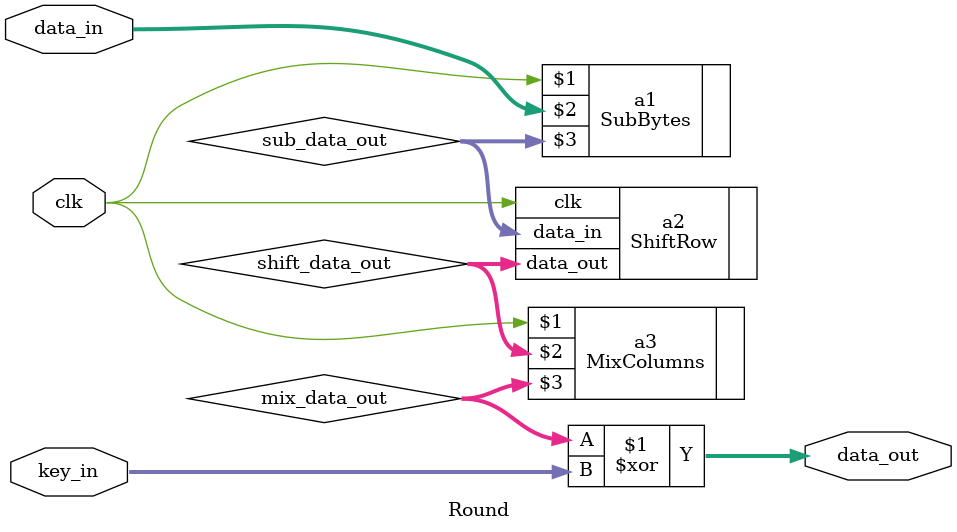
<source format=v>
module Round(clk,data_in,key_in,data_out);
    input clk;
    input [127:0]data_in,key_in;
    output [127:0] data_out;

    wire [127:0]sub_data_out,shift_data_out,mix_data_out; 
    
    SubBytes a1(clk,data_in,sub_data_out);
    ShiftRow a2(.clk(clk),
                .data_in(sub_data_out),
                .data_out(shift_data_out)
                );
    MixColumns a3(clk,shift_data_out,mix_data_out);
    assign data_out=mix_data_out^key_in;
endmodule
</source>
